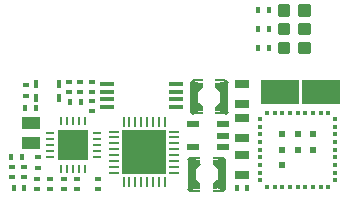
<source format=gtp>
G75*
%MOIN*%
%OFA0B0*%
%FSLAX24Y24*%
%IPPOS*%
%LPD*%
%AMOC8*
5,1,8,0,0,1.08239X$1,22.5*
%
%ADD10R,0.0236X0.0157*%
%ADD11R,0.0512X0.0276*%
%ADD12R,0.0591X0.0433*%
%ADD13R,0.0300X0.1000*%
%ADD14R,0.0350X0.0100*%
%ADD15R,0.0150X0.0175*%
%ADD16R,0.0141X0.0141*%
%ADD17R,0.0212X0.0212*%
%ADD18R,0.0157X0.0236*%
%ADD19R,0.0472X0.0138*%
%ADD20R,0.0276X0.0098*%
%ADD21R,0.0098X0.0276*%
%ADD22R,0.1024X0.1024*%
%ADD23R,0.0106X0.0335*%
%ADD24R,0.0335X0.0106*%
%ADD25R,0.1476X0.1476*%
%ADD26R,0.0118X0.0157*%
%ADD27R,0.0157X0.0118*%
%ADD28R,0.0197X0.0197*%
%ADD29R,0.1260X0.0787*%
%ADD30R,0.0173X0.0311*%
%ADD31R,0.0400X0.0220*%
%ADD32C,0.0118*%
D10*
X001981Y003281D03*
X001981Y003635D03*
X002020Y003989D03*
X002020Y004344D03*
X001548Y004029D03*
X001548Y003675D03*
X001154Y003675D03*
X001154Y004029D03*
X002414Y003635D03*
X002414Y003281D03*
X002887Y003281D03*
X003320Y003281D03*
X003320Y003635D03*
X002887Y003635D03*
X004028Y003635D03*
X004028Y003281D03*
X003831Y005879D03*
X003831Y006234D03*
X003831Y006509D03*
X003831Y006863D03*
X003438Y006863D03*
X003438Y006509D03*
X003044Y006509D03*
X003044Y006863D03*
X001627Y006745D03*
X001627Y006391D03*
D11*
X008831Y006115D03*
X008831Y005643D03*
X008831Y004974D03*
X008831Y004423D03*
X008831Y003753D03*
X008831Y006785D03*
D12*
X001784Y005486D03*
X001784Y004816D03*
D13*
X007150Y003785D03*
X008150Y003785D03*
X008229Y006360D03*
X007229Y006360D03*
D14*
X007354Y006910D03*
X008104Y006910D03*
X008104Y005810D03*
X007354Y005810D03*
X007275Y004335D03*
X008025Y004335D03*
X008025Y003235D03*
X007275Y003235D03*
D15*
X007375Y003372D03*
X007925Y003372D03*
X007925Y004197D03*
X007375Y004197D03*
X007454Y005947D03*
X008004Y005947D03*
X008004Y006772D03*
X007454Y006772D03*
D16*
G36*
X007277Y006860D02*
X007179Y006762D01*
X007081Y006860D01*
X007179Y006958D01*
X007277Y006860D01*
G37*
G36*
X008181Y006860D02*
X008279Y006958D01*
X008377Y006860D01*
X008279Y006762D01*
X008181Y006860D01*
G37*
G36*
X008181Y005859D02*
X008279Y005957D01*
X008377Y005859D01*
X008279Y005761D01*
X008181Y005859D01*
G37*
G36*
X007277Y005859D02*
X007179Y005761D01*
X007081Y005859D01*
X007179Y005957D01*
X007277Y005859D01*
G37*
G36*
X007198Y004285D02*
X007100Y004187D01*
X007002Y004285D01*
X007100Y004383D01*
X007198Y004285D01*
G37*
G36*
X008103Y004285D02*
X008201Y004383D01*
X008299Y004285D01*
X008201Y004187D01*
X008103Y004285D01*
G37*
G36*
X008103Y003284D02*
X008201Y003382D01*
X008299Y003284D01*
X008201Y003186D01*
X008103Y003284D01*
G37*
G36*
X007198Y003284D02*
X007100Y003186D01*
X007002Y003284D01*
X007100Y003382D01*
X007198Y003284D01*
G37*
D17*
G36*
X007449Y003461D02*
X007300Y003312D01*
X007151Y003461D01*
X007300Y003610D01*
X007449Y003461D01*
G37*
G36*
X007851Y003461D02*
X008000Y003610D01*
X008149Y003461D01*
X008000Y003312D01*
X007851Y003461D01*
G37*
G36*
X007851Y004109D02*
X008000Y004258D01*
X008149Y004109D01*
X008000Y003960D01*
X007851Y004109D01*
G37*
G36*
X007449Y004109D02*
X007300Y003960D01*
X007151Y004109D01*
X007300Y004258D01*
X007449Y004109D01*
G37*
G36*
X007528Y006036D02*
X007379Y005887D01*
X007230Y006036D01*
X007379Y006185D01*
X007528Y006036D01*
G37*
G36*
X007930Y006036D02*
X008079Y006185D01*
X008228Y006036D01*
X008079Y005887D01*
X007930Y006036D01*
G37*
G36*
X007930Y006684D02*
X008079Y006833D01*
X008228Y006684D01*
X008079Y006535D01*
X007930Y006684D01*
G37*
G36*
X007528Y006684D02*
X007379Y006535D01*
X007230Y006684D01*
X007379Y006833D01*
X007528Y006684D01*
G37*
D18*
X009363Y007986D03*
X009717Y007986D03*
X009717Y008615D03*
X009363Y008615D03*
X009363Y009245D03*
X009717Y009245D03*
X003457Y006175D03*
X003103Y006175D03*
X001961Y005978D03*
X001607Y005978D03*
X001489Y004363D03*
X001135Y004363D03*
X001213Y003340D03*
X001568Y003340D03*
X008654Y003340D03*
X009009Y003340D03*
D19*
X006637Y006027D03*
X006637Y006283D03*
X006637Y006539D03*
X006637Y006795D03*
X004333Y006795D03*
X004333Y006539D03*
X004333Y006283D03*
X004333Y006027D03*
D20*
X003989Y005151D03*
X003989Y004954D03*
X003989Y004757D03*
X003989Y004560D03*
X003989Y004363D03*
X002414Y004363D03*
X002414Y004560D03*
X002414Y004757D03*
X002414Y004954D03*
X002414Y005151D03*
D21*
X002808Y005545D03*
X003005Y005545D03*
X003202Y005545D03*
X003398Y005545D03*
X003595Y005545D03*
X003595Y003970D03*
X003398Y003970D03*
X003202Y003970D03*
X003005Y003970D03*
X002808Y003970D03*
D22*
X003202Y004757D03*
D23*
X004879Y005525D03*
X005075Y005525D03*
X005270Y005525D03*
X005466Y005525D03*
X005662Y005525D03*
X005857Y005525D03*
X006053Y005525D03*
X006249Y005525D03*
X006249Y003517D03*
X006053Y003517D03*
X005857Y003517D03*
X005662Y003517D03*
X005466Y003517D03*
X005270Y003517D03*
X005075Y003517D03*
X004879Y003517D03*
D24*
X004560Y003836D03*
X004560Y004032D03*
X004560Y004227D03*
X004560Y004423D03*
X004560Y004619D03*
X004560Y004814D03*
X004560Y005010D03*
X004560Y005206D03*
X006568Y005206D03*
X006568Y005010D03*
X006568Y004814D03*
X006568Y004619D03*
X006568Y004423D03*
X006568Y004227D03*
X006568Y004032D03*
X006568Y003836D03*
D25*
X005564Y004521D03*
D26*
X009658Y003360D03*
X009914Y003360D03*
X010170Y003360D03*
X010426Y003360D03*
X010682Y003360D03*
X010938Y003360D03*
X011194Y003360D03*
X011450Y003360D03*
X011705Y003360D03*
X011705Y005840D03*
X011450Y005840D03*
X011194Y005840D03*
X010938Y005840D03*
X010682Y005840D03*
X010426Y005840D03*
X010170Y005840D03*
X009914Y005840D03*
X009658Y005840D03*
D27*
X009442Y005623D03*
X009442Y005367D03*
X009442Y005112D03*
X009442Y004856D03*
X009442Y004600D03*
X009442Y004344D03*
X009442Y004088D03*
X009442Y003832D03*
X009442Y003576D03*
X011922Y003576D03*
X011922Y003832D03*
X011922Y004088D03*
X011922Y004344D03*
X011922Y004600D03*
X011922Y004856D03*
X011922Y005112D03*
X011922Y005367D03*
X011922Y005623D03*
D28*
X011194Y005112D03*
X010682Y005112D03*
X010170Y005112D03*
X010170Y004600D03*
X010682Y004600D03*
X011194Y004600D03*
X010170Y004088D03*
D29*
X010091Y006529D03*
X011469Y006529D03*
D30*
X002717Y006334D03*
X002717Y006802D03*
X001953Y006802D03*
X001953Y006334D03*
D31*
X007180Y005442D03*
X007180Y004702D03*
X008200Y004702D03*
X008200Y005072D03*
X008200Y005442D03*
D32*
X010356Y007848D02*
X010356Y008124D01*
X010356Y007848D02*
X010080Y007848D01*
X010080Y008124D01*
X010356Y008124D01*
X010356Y007965D02*
X010080Y007965D01*
X010080Y008082D02*
X010356Y008082D01*
X011047Y008124D02*
X011047Y007848D01*
X010771Y007848D01*
X010771Y008124D01*
X011047Y008124D01*
X011047Y007965D02*
X010771Y007965D01*
X010771Y008082D02*
X011047Y008082D01*
X011047Y008477D02*
X011047Y008753D01*
X011047Y008477D02*
X010771Y008477D01*
X010771Y008753D01*
X011047Y008753D01*
X011047Y008594D02*
X010771Y008594D01*
X010771Y008711D02*
X011047Y008711D01*
X011047Y009107D02*
X011047Y009383D01*
X011047Y009107D02*
X010771Y009107D01*
X010771Y009383D01*
X011047Y009383D01*
X011047Y009224D02*
X010771Y009224D01*
X010771Y009341D02*
X011047Y009341D01*
X010356Y009383D02*
X010356Y009107D01*
X010080Y009107D01*
X010080Y009383D01*
X010356Y009383D01*
X010356Y009224D02*
X010080Y009224D01*
X010080Y009341D02*
X010356Y009341D01*
X010356Y008753D02*
X010356Y008477D01*
X010080Y008477D01*
X010080Y008753D01*
X010356Y008753D01*
X010356Y008594D02*
X010080Y008594D01*
X010080Y008711D02*
X010356Y008711D01*
M02*

</source>
